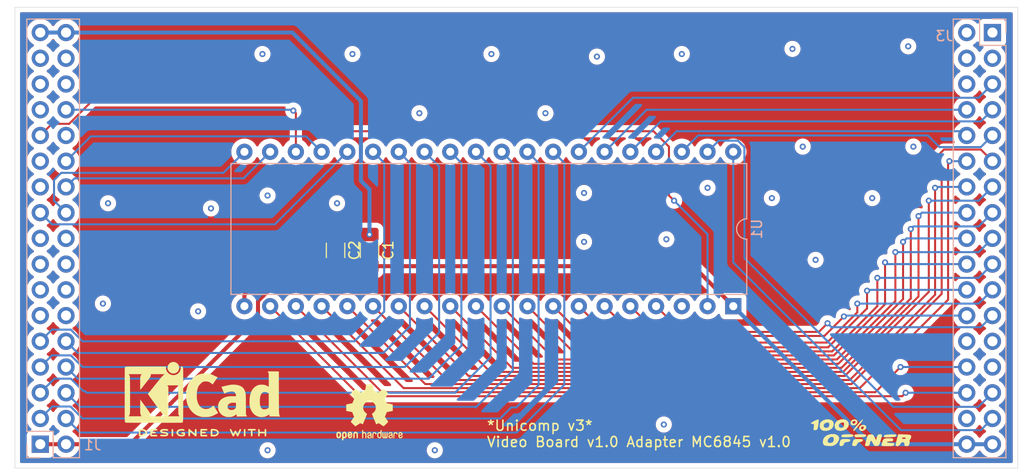
<source format=kicad_pcb>
(kicad_pcb (version 20240108) (generator "pcbnew") (generator_version "8.0")
  (layers (0 "F.Cu" signal) (31 "B.Cu" signal) (34 "B.Paste" user) (35 "F.Paste" user) (36 "B.SilkS" user "B.Silkscreen") (37 "F.SilkS" user "F.Silkscreen") (38 "B.Mask" user) (39 "F.Mask" user) (44 "Edge.Cuts" user))
  (net 0 "")
  (net 3 "/In0")
  (net 5 "/In2")
  (net 6 "/In1")
  (net 10 "/A1#")
  (net 11 "/A0#")
  (net 12 "/~{WR}")
  (net 13 "/~{RD}")
  (net 14 "/PHI2")
  (net 15 "/~{RP}")
  (net 16 "/Out1")
  (net 17 "/Out4")
  (net 18 "/Out7")
  (net 19 "/Out5")
  (net 20 "/Out0")
  (net 21 "/Out6")
  (net 22 "/Out3")
  (net 23 "/Out2")
  (net 24 "/A")
  (net 25 "/CH0")
  (net 26 "/Y")
  (net 27 "/B")
  (net 28 "/VA17")
  (net 29 "/VA16")
  (net 30 "/~{CS}")
  (net 31 "/VS")
  (net 32 "/VA2")
  (net 33 "/VA12")
  (net 34 "/HS")
  (net 35 "/VA9")
  (net 36 "/VA5")
  (net 37 "/VA10")
  (net 38 "/D2")
  (net 39 "/DE")
  (net 40 "/D3")
  (net 41 "/R{slash}~{W}")
  (net 42 "/LP")
  (net 43 "/VA6")
  (net 44 "/VA3")
  (net 45 "/VA4")
  (net 46 "/VA14")
  (net 47 "/D6")
  (net 48 "/VA0")
  (net 49 "/VA15")
  (net 50 "/VCLK")
  (net 51 "/VA13")
  (net 52 "/D0")
  (net 53 "/VA8")
  (net 54 "/D5")
  (net 55 "/VA7")
  (net 56 "/CRSR")
  (net 57 "/D1")
  (net 58 "/VA18")
  (net 59 "/VA11")
  (net 60 "/D7")
  (net 61 "/~{RST}")
  (net 62 "/D4")
  (net 63 "/VA1")
  (net 64 "+5V")
  (net 65 "GND")
  (footprint "Symbol:OSHW-Logo2_7.3x6mm_SilkScreen" (layer "F.Cu") (at 85.5 106.5)
    (property "Reference" "H2" (hide yes))
    (property "Value" "Logo Open Source Hardware" (hide yes))
  )
  (footprint "Capacitor_SMD:C_1206_3216Metric_Pad1.33x1.80mm_HandSolder" (layer "F.Cu") (at 82.15 90.5 -90)
    (property "Reference" "C2" (at 0 -1.85 90) (layer "F.SilkS"))
    (property "Value" "100n")
    (pad "1" smd roundrect (at -1.5625 0 270) (size 1.325 1.8) (layers "F.Cu" "F.Paste" "F.Mask") (roundrect_rratio 0.188679) (net 64 "+5V"))
    (pad "2" smd roundrect (at 1.5625 0 270) (size 1.325 1.8) (layers "F.Cu" "F.Paste" "F.Mask") (roundrect_rratio 0.188679) (net 65 "GND"))
  )
  (footprint "Capacitor_SMD:C_1206_3216Metric_Pad1.33x1.80mm_HandSolder" (layer "F.Cu") (at 85.5 90.5 -90)
    (property "Reference" "C1" (at 0 -1.85 90) (layer "F.SilkS"))
    (property "Value" "100n")
    (pad "1" smd roundrect (at -1.5625 0 270) (size 1.325 1.8) (layers "F.Cu" "F.Paste" "F.Mask") (roundrect_rratio 0.188679) (net 64 "+5V"))
    (pad "2" smd roundrect (at 1.5625 0 270) (size 1.325 1.8) (layers "F.Cu" "F.Paste" "F.Mask") (roundrect_rratio 0.188679) (net 65 "GND"))
  )
  (footprint "Symbol:KiCad-Logo2_6mm_SilkScreen" (layer "F.Cu") (at 69 104.5)
    (property "Reference" "H1" (hide yes))
    (property "Value" "Logo kicad" (hide yes))
  )
  (footprint "my_own:Logo_100ProzentOffner_10x2.7mm" (layer "F.Cu") (at 134 108.5)
    (property "Reference" "G***" (hide yes))
    (property "Value" "LOGO" (hide yes))
  )
  (footprint "Connector_PinHeader_2.54mm:PinHeader_2x17_P2.54mm_Vertical" (layer "B.Cu") (at 147 69 180)
    (property "Reference" "J3" (at 4.76 -0.342 0) (layer "B.SilkS") (effects (justify mirror)))
    (property "Value" "Outputs")
    (pad "1" thru_hole rect (at 0 0 180) (size 1.7 1.7) (drill 1) (layers "*.Cu" "*.Mask"))
    (pad "2" thru_hole oval (at 2.54 0 180) (size 1.7 1.7) (drill 1) (layers "*.Cu" "*.Mask"))
    (pad "3" thru_hole oval (at 0 -2.54 180) (size 1.7 1.7) (drill 1) (layers "*.Cu" "*.Mask"))
    (pad "4" thru_hole oval (at 2.54 -2.54 180) (size 1.7 1.7) (drill 1) (layers "*.Cu" "*.Mask"))
    (pad "5" thru_hole oval (at 0 -5.08 180) (size 1.7 1.7) (drill 1) (layers "*.Cu" "*.Mask") (net 58 "/VA18"))
    (pad "6" thru_hole oval (at 2.54 -5.08 180) (size 1.7 1.7) (drill 1) (layers "*.Cu" "*.Mask"))
    (pad "7" thru_hole oval (at 0 -7.62 180) (size 1.7 1.7) (drill 1) (layers "*.Cu" "*.Mask") (net 29 "/VA16"))
    (pad "8" thru_hole oval (at 2.54 -7.62 180) (size 1.7 1.7) (drill 1) (layers "*.Cu" "*.Mask") (net 28 "/VA17"))
    (pad "9" thru_hole oval (at 0 -10.16 180) (size 1.7 1.7) (drill 1) (layers "*.Cu" "*.Mask") (net 46 "/VA14"))
    (pad "10" thru_hole oval (at 2.54 -10.16 180) (size 1.7 1.7) (drill 1) (layers "*.Cu" "*.Mask") (net 49 "/VA15"))
    (pad "11" thru_hole oval (at 0 -12.7 180) (size 1.7 1.7) (drill 1) (layers "*.Cu" "*.Mask") (net 33 "/VA12"))
    (pad "12" thru_hole oval (at 2.54 -12.7 180) (size 1.7 1.7) (drill 1) (layers "*.Cu" "*.Mask") (net 51 "/VA13"))
    (pad "13" thru_hole oval (at 0 -15.24 180) (size 1.7 1.7) (drill 1) (layers "*.Cu" "*.Mask") (net 37 "/VA10"))
    (pad "14" thru_hole oval (at 2.54 -15.24 180) (size 1.7 1.7) (drill 1) (layers "*.Cu" "*.Mask") (net 59 "/VA11"))
    (pad "15" thru_hole oval (at 0 -17.78 180) (size 1.7 1.7) (drill 1) (layers "*.Cu" "*.Mask") (net 53 "/VA8"))
    (pad "16" thru_hole oval (at 2.54 -17.78 180) (size 1.7 1.7) (drill 1) (layers "*.Cu" "*.Mask") (net 35 "/VA9"))
    (pad "17" thru_hole oval (at 0 -20.32 180) (size 1.7 1.7) (drill 1) (layers "*.Cu" "*.Mask") (net 43 "/VA6"))
    (pad "18" thru_hole oval (at 2.54 -20.32 180) (size 1.7 1.7) (drill 1) (layers "*.Cu" "*.Mask") (net 55 "/VA7"))
    (pad "19" thru_hole oval (at 0 -22.86 180) (size 1.7 1.7) (drill 1) (layers "*.Cu" "*.Mask") (net 45 "/VA4"))
    (pad "20" thru_hole oval (at 2.54 -22.86 180) (size 1.7 1.7) (drill 1) (layers "*.Cu" "*.Mask") (net 36 "/VA5"))
    (pad "21" thru_hole oval (at 0 -25.4 180) (size 1.7 1.7) (drill 1) (layers "*.Cu" "*.Mask") (net 32 "/VA2"))
    (pad "22" thru_hole oval (at 2.54 -25.4 180) (size 1.7 1.7) (drill 1) (layers "*.Cu" "*.Mask") (net 44 "/VA3"))
    (pad "23" thru_hole oval (at 0 -27.94 180) (size 1.7 1.7) (drill 1) (layers "*.Cu" "*.Mask") (net 48 "/VA0"))
    (pad "24" thru_hole oval (at 2.54 -27.94 180) (size 1.7 1.7) (drill 1) (layers "*.Cu" "*.Mask") (net 63 "/VA1"))
    (pad "25" thru_hole oval (at 0 -30.48 180) (size 1.7 1.7) (drill 1) (layers "*.Cu" "*.Mask") (net 3 "/In0"))
    (pad "26" thru_hole oval (at 2.54 -30.48 180) (size 1.7 1.7) (drill 1) (layers "*.Cu" "*.Mask") (net 6 "/In1"))
    (pad "27" thru_hole oval (at 0 -33.02 180) (size 1.7 1.7) (drill 1) (layers "*.Cu" "*.Mask") (net 5 "/In2"))
    (pad "28" thru_hole oval (at 2.54 -33.02 180) (size 1.7 1.7) (drill 1) (layers "*.Cu" "*.Mask") (net 39 "/DE"))
    (pad "29" thru_hole oval (at 0 -35.56 180) (size 1.7 1.7) (drill 1) (layers "*.Cu" "*.Mask") (net 34 "/HS"))
    (pad "30" thru_hole oval (at 2.54 -35.56 180) (size 1.7 1.7) (drill 1) (layers "*.Cu" "*.Mask") (net 56 "/CRSR"))
    (pad "31" thru_hole oval (at 0 -38.1 180) (size 1.7 1.7) (drill 1) (layers "*.Cu" "*.Mask") (net 31 "/VS"))
    (pad "32" thru_hole oval (at 2.54 -38.1 180) (size 1.7 1.7) (drill 1) (layers "*.Cu" "*.Mask") (net 15 "/~{RP}"))
    (pad "33" thru_hole oval (at 0 -40.64 180) (size 1.7 1.7) (drill 1) (layers "*.Cu" "*.Mask") (net 65 "GND"))
    (pad "34" thru_hole oval (at 2.54 -40.64 180) (size 1.7 1.7) (drill 1) (layers "*.Cu" "*.Mask") (net 65 "GND"))
  )
  (footprint "Package_DIP:DIP-40_W15.24mm" (layer "B.Cu") (at 121.412 96.012 90)
    (property "Reference" "U1" (at 7.62 2.33 90) (layer "B.SilkS") (effects (justify mirror)))
    (property "Value" "MC6845")
    (pad "1" thru_hole rect (at 0 0 90) (size 1.6 1.6) (drill 0.8) (layers "*.Cu" "*.Mask") (net 65 "GND"))
    (pad "2" thru_hole oval (at 0 -2.54 90) (size 1.6 1.6) (drill 0.8) (layers "*.Cu" "*.Mask") (net 61 "/~{RST}"))
    (pad "3" thru_hole oval (at 0 -5.08 90) (size 1.6 1.6) (drill 0.8) (layers "*.Cu" "*.Mask") (net 42 "/LP"))
    (pad "4" thru_hole oval (at 0 -7.62 90) (size 1.6 1.6) (drill 0.8) (layers "*.Cu" "*.Mask") (net 48 "/VA0"))
    (pad "5" thru_hole oval (at 0 -10.16 90) (size 1.6 1.6) (drill 0.8) (layers "*.Cu" "*.Mask") (net 63 "/VA1"))
    (pad "6" thru_hole oval (at 0 -12.7 90) (size 1.6 1.6) (drill 0.8) (layers "*.Cu" "*.Mask") (net 32 "/VA2"))
    (pad "7" thru_hole oval (at 0 -15.24 90) (size 1.6 1.6) (drill 0.8) (layers "*.Cu" "*.Mask") (net 44 "/VA3"))
    (pad "8" thru_hole oval (at 0 -17.78 90) (size 1.6 1.6) (drill 0.8) (layers "*.Cu" "*.Mask") (net 45 "/VA4"))
    (pad "9" thru_hole oval (at 0 -20.32 90) (size 1.6 1.6) (drill 0.8) (layers "*.Cu" "*.Mask") (net 36 "/VA5"))
    (pad "10" thru_hole oval (at 0 -22.86 90) (size 1.6 1.6) (drill 0.8) (layers "*.Cu" "*.Mask") (net 43 "/VA6"))
    (pad "11" thru_hole oval (at 0 -25.4 90) (size 1.6 1.6) (drill 0.8) (layers "*.Cu" "*.Mask") (net 55 "/VA7"))
    (pad "12" thru_hole oval (at 0 -27.94 90) (size 1.6 1.6) (drill 0.8) (layers "*.Cu" "*.Mask") (net 53 "/VA8"))
    (pad "13" thru_hole oval (at 0 -30.48 90) (size 1.6 1.6) (drill 0.8) (layers "*.Cu" "*.Mask") (net 35 "/VA9"))
    (pad "14" thru_hole oval (at 0 -33.02 90) (size 1.6 1.6) (drill 0.8) (layers "*.Cu" "*.Mask") (net 37 "/VA10"))
    (pad "15" thru_hole oval (at 0 -35.56 90) (size 1.6 1.6) (drill 0.8) (layers "*.Cu" "*.Mask") (net 59 "/VA11"))
    (pad "16" thru_hole oval (at 0 -38.1 90) (size 1.6 1.6) (drill 0.8) (layers "*.Cu" "*.Mask") (net 33 "/VA12"))
    (pad "17" thru_hole oval (at 0 -40.64 90) (size 1.6 1.6) (drill 0.8) (layers "*.Cu" "*.Mask") (net 51 "/VA13"))
    (pad "18" thru_hole oval (at 0 -43.18 90) (size 1.6 1.6) (drill 0.8) (layers "*.Cu" "*.Mask") (net 39 "/DE"))
    (pad "19" thru_hole oval (at 0 -45.72 90) (size 1.6 1.6) (drill 0.8) (layers "*.Cu" "*.Mask") (net 56 "/CRSR"))
    (pad "20" thru_hole oval (at 0 -48.26 90) (size 1.6 1.6) (drill 0.8) (layers "*.Cu" "*.Mask") (net 64 "+5V"))
    (pad "21" thru_hole oval (at 15.24 -48.26 90) (size 1.6 1.6) (drill 0.8) (layers "*.Cu" "*.Mask") (net 50 "/VCLK"))
    (pad "22" thru_hole oval (at 15.24 -45.72 90) (size 1.6 1.6) (drill 0.8) (layers "*.Cu" "*.Mask") (net 41 "/R{slash}~{W}"))
    (pad "23" thru_hole oval (at 15.24 -43.18 90) (size 1.6 1.6) (drill 0.8) (layers "*.Cu" "*.Mask") (net 14 "/PHI2"))
    (pad "24" thru_hole oval (at 15.24 -40.64 90) (size 1.6 1.6) (drill 0.8) (layers "*.Cu" "*.Mask") (net 11 "/A0#"))
    (pad "25" thru_hole oval (at 15.24 -38.1 90) (size 1.6 1.6) (drill 0.8) (layers "*.Cu" "*.Mask") (net 30 "/~{CS}"))
    (pad "26" thru_hole oval (at 15.24 -35.56 90) (size 1.6 1.6) (drill 0.8) (layers "*.Cu" "*.Mask") (net 60 "/D7"))
    (pad "27" thru_hole oval (at 15.24 -33.02 90) (size 1.6 1.6) (drill 0.8) (layers "*.Cu" "*.Mask") (net 47 "/D6"))
    (pad "28" thru_hole oval (at 15.24 -30.48 90) (size 1.6 1.6) (drill 0.8) (layers "*.Cu" "*.Mask") (net 54 "/D5"))
    (pad "29" thru_hole oval (at 15.24 -27.94 90) (size 1.6 1.6) (drill 0.8) (layers "*.Cu" "*.Mask") (net 62 "/D4"))
    (pad "30" thru_hole oval (at 15.24 -25.4 90) (size 1.6 1.6) (drill 0.8) (layers "*.Cu" "*.Mask") (net 40 "/D3"))
    (pad "31" thru_hole oval (at 15.24 -22.86 90) (size 1.6 1.6) (drill 0.8) (layers "*.Cu" "*.Mask") (net 38 "/D2"))
    (pad "32" thru_hole oval (at 15.24 -20.32 90) (size 1.6 1.6) (drill 0.8) (layers "*.Cu" "*.Mask") (net 57 "/D1"))
    (pad "33" thru_hole oval (at 15.24 -17.78 90) (size 1.6 1.6) (drill 0.8) (layers "*.Cu" "*.Mask") (net 52 "/D0"))
    (pad "34" thru_hole oval (at 15.24 -15.24 90) (size 1.6 1.6) (drill 0.8) (layers "*.Cu" "*.Mask") (net 58 "/VA18"))
    (pad "35" thru_hole oval (at 15.24 -12.7 90) (size 1.6 1.6) (drill 0.8) (layers "*.Cu" "*.Mask") (net 28 "/VA17"))
    (pad "36" thru_hole oval (at 15.24 -10.16 90) (size 1.6 1.6) (drill 0.8) (layers "*.Cu" "*.Mask") (net 29 "/VA16"))
    (pad "37" thru_hole oval (at 15.24 -7.62 90) (size 1.6 1.6) (drill 0.8) (layers "*.Cu" "*.Mask") (net 49 "/VA15"))
    (pad "38" thru_hole oval (at 15.24 -5.08 90) (size 1.6 1.6) (drill 0.8) (layers "*.Cu" "*.Mask") (net 46 "/VA14"))
    (pad "39" thru_hole oval (at 15.24 -2.54 90) (size 1.6 1.6) (drill 0.8) (layers "*.Cu" "*.Mask") (net 34 "/HS"))
    (pad "40" thru_hole oval (at 15.24 0 90) (size 1.6 1.6) (drill 0.8) (layers "*.Cu" "*.Mask") (net 31 "/VS"))
  )
  (footprint "Connector_PinHeader_2.54mm:PinHeader_2x17_P2.54mm_Vertical" (layer "B.Cu") (at 53 109.64)
    (property "Reference" "J1" (at 5.166 0.088 0) (layer "B.SilkS") (effects (justify mirror)))
    (property "Value" "Inputs")
    (pad "1" thru_hole rect (at 0 0) (size 1.7 1.7) (drill 1) (layers "*.Cu" "*.Mask") (net 65 "GND"))
    (pad "2" thru_hole oval (at 2.54 0) (size 1.7 1.7) (drill 1) (layers "*.Cu" "*.Mask") (net 65 "GND"))
    (pad "3" thru_hole oval (at 0 -2.54) (size 1.7 1.7) (drill 1) (layers "*.Cu" "*.Mask") (net 57 "/D1"))
    (pad "4" thru_hole oval (at 2.54 -2.54) (size 1.7 1.7) (drill 1) (layers "*.Cu" "*.Mask") (net 52 "/D0"))
    (pad "5" thru_hole oval (at 0 -5.08) (size 1.7 1.7) (drill 1) (layers "*.Cu" "*.Mask") (net 40 "/D3"))
    (pad "6" thru_hole oval (at 2.54 -5.08) (size 1.7 1.7) (drill 1) (layers "*.Cu" "*.Mask") (net 38 "/D2"))
    (pad "7" thru_hole oval (at 0 -7.62) (size 1.7 1.7) (drill 1) (layers "*.Cu" "*.Mask") (net 54 "/D5"))
    (pad "8" thru_hole oval (at 2.54 -7.62) (size 1.7 1.7) (drill 1) (layers "*.Cu" "*.Mask") (net 62 "/D4"))
    (pad "9" thru_hole oval (at 0 -10.16) (size 1.7 1.7) (drill 1) (layers "*.Cu" "*.Mask") (net 60 "/D7"))
    (pad "10" thru_hole oval (at 2.54 -10.16) (size 1.7 1.7) (drill 1) (layers "*.Cu" "*.Mask") (net 47 "/D6"))
    (pad "11" thru_hole oval (at 0 -12.7) (size 1.7 1.7) (drill 1) (layers "*.Cu" "*.Mask") (net 16 "/Out1"))
    (pad "12" thru_hole oval (at 2.54 -12.7) (size 1.7 1.7) (drill 1) (layers "*.Cu" "*.Mask") (net 20 "/Out0"))
    (pad "13" thru_hole oval (at 0 -15.24) (size 1.7 1.7) (drill 1) (layers "*.Cu" "*.Mask") (net 22 "/Out3"))
    (pad "14" thru_hole oval (at 2.54 -15.24) (size 1.7 1.7) (drill 1) (layers "*.Cu" "*.Mask") (net 23 "/Out2"))
    (pad "15" thru_hole oval (at 0 -17.78) (size 1.7 1.7) (drill 1) (layers "*.Cu" "*.Mask") (net 19 "/Out5"))
    (pad "16" thru_hole oval (at 2.54 -17.78) (size 1.7 1.7) (drill 1) (layers "*.Cu" "*.Mask") (net 17 "/Out4"))
    (pad "17" thru_hole oval (at 0 -20.32) (size 1.7 1.7) (drill 1) (layers "*.Cu" "*.Mask") (net 18 "/Out7"))
    (pad "18" thru_hole oval (at 2.54 -20.32) (size 1.7 1.7) (drill 1) (layers "*.Cu" "*.Mask") (net 21 "/Out6"))
    (pad "19" thru_hole oval (at 0 -22.86) (size 1.7 1.7) (drill 1) (layers "*.Cu" "*.Mask") (net 30 "/~{CS}"))
    (pad "20" thru_hole oval (at 2.54 -22.86) (size 1.7 1.7) (drill 1) (layers "*.Cu" "*.Mask") (net 50 "/VCLK"))
    (pad "21" thru_hole oval (at 0 -25.4) (size 1.7 1.7) (drill 1) (layers "*.Cu" "*.Mask") (net 10 "/A1#"))
    (pad "22" thru_hole oval (at 2.54 -25.4) (size 1.7 1.7) (drill 1) (layers "*.Cu" "*.Mask") (net 41 "/R{slash}~{W}"))
    (pad "23" thru_hole oval (at 0 -27.94) (size 1.7 1.7) (drill 1) (layers "*.Cu" "*.Mask") (net 13 "/~{RD}"))
    (pad "24" thru_hole oval (at 2.54 -27.94) (size 1.7 1.7) (drill 1) (layers "*.Cu" "*.Mask") (net 11 "/A0#"))
    (pad "25" thru_hole oval (at 0 -30.48) (size 1.7 1.7) (drill 1) (layers "*.Cu" "*.Mask") (net 61 "/~{RST}"))
    (pad "26" thru_hole oval (at 2.54 -30.48) (size 1.7 1.7) (drill 1) (layers "*.Cu" "*.Mask") (net 12 "/~{WR}"))
    (pad "27" thru_hole oval (at 0 -33.02) (size 1.7 1.7) (drill 1) (layers "*.Cu" "*.Mask") (net 25 "/CH0"))
    (pad "28" thru_hole oval (at 2.54 -33.02) (size 1.7 1.7) (drill 1) (layers "*.Cu" "*.Mask") (net 14 "/PHI2"))
    (pad "29" thru_hole oval (at 0 -35.56) (size 1.7 1.7) (drill 1) (layers "*.Cu" "*.Mask") (net 26 "/Y"))
    (pad "30" thru_hole oval (at 2.54 -35.56) (size 1.7 1.7) (drill 1) (layers "*.Cu" "*.Mask") (net 24 "/A"))
    (pad "31" thru_hole oval (at 0 -38.1) (size 1.7 1.7) (drill 1) (layers "*.Cu" "*.Mask") (net 27 "/B"))
    (pad "32" thru_hole oval (at 2.54 -38.1) (size 1.7 1.7) (drill 1) (layers "*.Cu" "*.Mask"))
    (pad "33" thru_hole oval (at 0 -40.64) (size 1.7 1.7) (drill 1) (layers "*.Cu" "*.Mask") (net 64 "+5V"))
    (pad "34" thru_hole oval (at 2.54 -40.64) (size 1.7 1.7) (drill 1) (layers "*.Cu" "*.Mask") (net 64 "+5V"))
  )
  (gr_rect (start 50.5 66.5) (end 149.5 112) (stroke (width 0.05)) (fill none) (layer "Edge.Cuts"))
  (gr_text "*Unicomp v3*\nVideo Board v1.0 Adapter MC6845 v1.0" (at 97 110 0) (layer "F.SilkS") (effects (font (size 1 1)) (justify left bottom)))
  (via (at 90.424 76.962) (size 0.6) (drill 0.3) (layers "F.Cu" "B.Cu") (net 0))
  (via (at 114.554 107.696) (size 0.6) (drill 0.3) (layers "F.Cu" "B.Cu") (net 0))
  (via (at 59.69 85.852) (size 0.6) (drill 0.3) (layers "F.Cu" "B.Cu") (net 0))
  (via (at 83.82 71.12) (size 0.6) (drill 0.3) (layers "F.Cu" "B.Cu") (net 0))
  (via (at 68.58 96.52) (size 0.6) (drill 0.3) (layers "F.Cu" "B.Cu") (net 0))
  (via (at 135.128 85.344) (size 0.6) (drill 0.3) (layers "F.Cu" "B.Cu") (net 0))
  (via (at 107.95 71.374) (size 0.6) (drill 0.3) (layers "F.Cu" "B.Cu") (net 0))
  (via (at 106.68 89.662) (size 0.6) (drill 0.3) (layers "F.Cu" "B.Cu") (net 0))
  (via (at 102.87 76.962) (size 0.6) (drill 0.3) (layers "F.Cu" "B.Cu") (net 0))
  (via (at 125.222 85.344) (size 0.6) (drill 0.3) (layers "F.Cu" "B.Cu") (net 0))
  (via (at 75.438 110.236) (size 0.6) (drill 0.3) (layers "F.Cu" "B.Cu") (net 0))
  (via (at 69.85 86.36) (size 0.6) (drill 0.3) (layers "F.Cu" "B.Cu") (net 0))
  (via (at 127.254 70.612) (size 0.6) (drill 0.3) (layers "F.Cu" "B.Cu") (net 0))
  (via (at 106.68 84.836) (size 0.6) (drill 0.3) (layers "F.Cu" "B.Cu") (net 0))
  (via (at 139.192 80.264) (size 0.6) (drill 0.3) (layers "F.Cu" "B.Cu") (net 0))
  (via (at 59.182 95.758) (size 0.6) (drill 0.3) (layers "F.Cu" "B.Cu") (net 0))
  (via (at 129.54 91.44) (size 0.6) (drill 0.3) (layers "F.Cu" "B.Cu") (net 0))
  (via (at 114.808 89.408) (size 0.6) (drill 0.3) (layers "F.Cu" "B.Cu") (net 0))
  (via (at 97.536 71.12) (size 0.6) (drill 0.3) (layers "F.Cu" "B.Cu") (net 0))
  (via (at 74.93 71.12) (size 0.6) (drill 0.3) (layers "F.Cu" "B.Cu") (net 0))
  (via (at 91.948 110.236) (size 0.6) (drill 0.3) (layers "F.Cu" "B.Cu") (net 0))
  (via (at 116.332 71.12) (size 0.6) (drill 0.3) (layers "F.Cu" "B.Cu") (net 0))
  (via (at 118.872 84.328) (size 0.6) (drill 0.3) (layers "F.Cu" "B.Cu") (net 0))
  (via (at 128.27 80.264) (size 0.6) (drill 0.3) (layers "F.Cu" "B.Cu") (net 0))
  (via (at 75.438 85.09) (size 0.6) (drill 0.3) (layers "F.Cu" "B.Cu") (net 0))
  (via (at 138.684 70.358) (size 0.6) (drill 0.3) (layers "F.Cu" "B.Cu") (net 0))
  (via (at 82.296 85.852) (size 0.6) (drill 0.3) (layers "F.Cu" "B.Cu") (net 0))
  (segment (start 79.248 79.248) (end 57.992 79.248) (width 0.2) (layer "B.Cu") (net 11))
  (segment (start 80.772 80.772) (end 79.248 79.248) (width 0.2) (layer "B.Cu") (net 11))
  (segment (start 57.992 79.248) (end 55.54 81.7) (width 0.2) (layer "B.Cu") (net 11))
  (segment (start 77.978 76.708) (end 78.232 76.962) (width 0.2) (layer "F.Cu") (net 14))
  (segment (start 78.232 76.962) (end 78.232 80.772) (width 0.2) (layer "F.Cu") (net 14))
  (via (at 77.978 76.708) (size 0.6) (drill 0.3) (layers "F.Cu" "B.Cu") (net 14))
  (segment (start 55.54 76.62) (end 77.89 76.62) (width 0.2) (layer "B.Cu") (net 14))
  (segment (start 77.89 76.62) (end 77.978 76.708) (width 0.2) (layer "B.Cu") (net 14))
  (segment (start 112.864 76.62) (end 144.46 76.62) (width 0.2) (layer "B.Cu") (net 28))
  (segment (start 108.712 80.772) (end 112.864 76.62) (width 0.2) (layer "B.Cu") (net 28))
  (segment (start 114.254 77.77) (end 145.85 77.77) (width 0.2) (layer "B.Cu") (net 29))
  (segment (start 111.252 80.772) (end 114.254 77.77) (width 0.2) (layer "B.Cu") (net 29))
  (segment (start 145.85 77.77) (end 147 76.62) (width 0.2) (layer "B.Cu") (net 29))
  (segment (start 53 86.78) (end 54.15 87.93) (width 0.2) (layer "B.Cu") (net 30))
  (segment (start 76.154 87.93) (end 83.312 80.772) (width 0.2) (layer "B.Cu") (net 30))
  (segment (start 54.15 87.93) (end 76.154 87.93) (width 0.2) (layer "B.Cu") (net 30))
  (segment (start 147 107.1) (end 145.85 108.25) (width 0.2) (layer "B.Cu") (net 31))
  (segment (start 137.968 108.25) (end 121.412 91.694) (width 0.2) (layer "B.Cu") (net 31))
  (segment (start 121.412 91.694) (end 121.412 80.772) (width 0.2) (layer "B.Cu") (net 31))
  (segment (start 145.85 108.25) (end 137.968 108.25) (width 0.2) (layer "B.Cu") (net 31))
  (segment (start 133.658194 96.623045) (end 133.658194 95.758) (width 0.2) (layer "F.Cu") (net 32))
  (segment (start 108.712 96.012) (end 112.306 99.606) (width 0.2) (layer "F.Cu") (net 32))
  (segment (start 130.675239 99.606) (end 133.658194 96.623045) (width 0.2) (layer "F.Cu") (net 32))
  (segment (start 112.306 99.606) (end 130.675239 99.606) (width 0.2) (layer "F.Cu") (net 32))
  (via (at 133.658194 95.758) (size 0.6) (drill 0.3) (layers "F.Cu" "B.Cu") (net 32))
  (segment (start 145.642 95.758) (end 133.658194 95.758) (width 0.2) (layer "B.Cu") (net 32))
  (segment (start 147 94.4) (end 145.642 95.758) (width 0.2) (layer "B.Cu") (net 32))
  (segment (start 141.478 81.28) (end 141.478 82.296) (width 0.2) (layer "F.Cu") (net 33))
  (segment (start 133.083686 103.702) (end 91.002 103.702) (width 0.2) (layer "F.Cu") (net 33))
  (segment (start 142.208 80.55) (end 141.478 81.28) (width 0.2) (layer "F.Cu") (net 33))
  (segment (start 141.478 82.296) (end 141.986 82.804) (width 0.2) (layer "F.Cu") (net 33))
  (segment (start 91.002 103.702) (end 83.312 96.012) (width 0.2) (layer "F.Cu") (net 33))
  (segment (start 141.986 94.799686) (end 133.083686 103.702) (width 0.2) (layer "F.Cu") (net 33))
  (segment (start 145.85 80.55) (end 142.208 80.55) (width 0.2) (layer "F.Cu") (net 33))
  (segment (start 147 81.7) (end 145.85 80.55) (width 0.2) (layer "F.Cu") (net 33))
  (segment (start 141.986 82.804) (end 141.986 94.799686) (width 0.2) (layer "F.Cu") (net 33))
  (segment (start 130.556 99.314) (end 130.722 99.48) (width 0.2) (layer "B.Cu") (net 34))
  (segment (start 122.512 91.27) (end 130.556 99.314) (width 0.2) (layer "B.Cu") (net 34))
  (segment (start 119.972 79.672) (end 121.867635 79.672) (width 0.2) (layer "B.Cu") (net 34))
  (segment (start 122.512 80.316365) (end 122.512 91.27) (width 0.2) (layer "B.Cu") (net 34))
  (segment (start 121.867635 79.672) (end 122.512 80.316365) (width 0.2) (layer "B.Cu") (net 34))
  (segment (start 145.61 105.95) (end 137.192 105.95) (width 0.2) (layer "B.Cu") (net 34))
  (segment (start 118.872 80.772) (end 119.972 79.672) (width 0.2) (layer "B.Cu") (net 34))
  (segment (start 147 104.56) (end 145.61 105.95) (width 0.2) (layer "B.Cu") (net 34))
  (segment (start 137.192 105.95) (end 130.556 99.314) (width 0.2) (layer "B.Cu") (net 34))
  (segment (start 132.251686 102.502) (end 139.7 95.053686) (width 0.2) (layer "F.Cu") (net 35))
  (segment (start 139.7 95.053686) (end 139.7 87.122) (width 0.2) (layer "F.Cu") (net 35))
  (segment (start 97.422 102.502) (end 132.251686 102.502) (width 0.2) (layer "F.Cu") (net 35))
  (segment (start 90.932 96.012) (end 97.422 102.502) (width 0.2) (layer "F.Cu") (net 35))
  (via (at 139.7 87.122) (size 0.6) (drill 0.3) (layers "F.Cu" "B.Cu") (net 35))
  (segment (start 144.46 86.78) (end 140.042 86.78) (width 0.2) (layer "B.Cu") (net 35))
  (segment (start 140.042 86.78) (end 139.7 87.122) (width 0.2) (layer "B.Cu") (net 35))
  (segment (start 131.337686 100.876) (end 136.398 95.815686) (width 0.2) (layer "F.Cu") (net 36))
  (segment (start 136.398 95.815686) (end 136.398 91.694) (width 0.2) (layer "F.Cu") (net 36))
  (segment (start 105.956 100.876) (end 131.337686 100.876) (width 0.2) (layer "F.Cu") (net 36))
  (segment (start 101.092 96.012) (end 105.956 100.876) (width 0.2) (layer "F.Cu") (net 36))
  (via (at 136.398 91.694) (size 0.6) (drill 0.3) (layers "F.Cu" "B.Cu") (net 36))
  (segment (start 136.564 91.86) (end 136.398 91.694) (width 0.2) (layer "B.Cu") (net 36))
  (segment (start 144.46 91.86) (end 136.564 91.86) (width 0.2) (layer "B.Cu") (net 36))
  (segment (start 95.282 102.902) (end 132.417372 102.902) (width 0.2) (layer "F.Cu") (net 37))
  (segment (start 88.392 96.012) (end 95.282 102.902) (width 0.2) (layer "F.Cu") (net 37))
  (segment (start 132.417372 102.902) (end 140.716 94.603372) (width 0.2) (layer "F.Cu") (net 37))
  (segment (start 140.716 94.603372) (end 140.716 85.598) (width 0.2) (layer "F.Cu") (net 37))
  (via (at 140.716 85.598) (size 0.6) (drill 0.3) (layers "F.Cu" "B.Cu") (net 37))
  (segment (start 145.642 85.598) (end 140.716 85.598) (width 0.2) (layer "B.Cu") (net 37))
  (segment (start 147 84.24) (end 145.642 85.598) (width 0.2) (layer "B.Cu") (net 37))
  (segment (start 56.93 105.95) (end 55.54 104.56) (width 0.2) (layer "B.Cu") (net 38))
  (segment (start 96 106) (end 95.95 105.95) (width 0.2) (layer "B.Cu") (net 38))
  (segment (start 98.552 80.772) (end 99.652 81.872) (width 0.2) (layer "B.Cu") (net 38))
  (segment (start 95.95 105.95) (end 56.93 105.95) (width 0.2) (layer "B.Cu") (net 38))
  (segment (start 99.652 81.872) (end 99.652 102.348) (width 0.2) (layer "B.Cu") (net 38))
  (segment (start 99.652 102.348) (end 96 106) (width 0.2) (layer "B.Cu") (net 38))
  (segment (start 135.44 104.502) (end 137.922 102.02) (width 0.2) (layer "F.Cu") (net 39))
  (segment (start 86.722 104.502) (end 135.44 104.502) (width 0.2) (layer "F.Cu") (net 39))
  (segment (start 78.232 96.012) (end 86.722 104.502) (width 0.2) (layer "F.Cu") (net 39))
  (via (at 137.922 102.02) (size 0.6) (drill 0.3) (layers "F.Cu" "B.Cu") (net 39))
  (segment (start 144.46 102.02) (end 137.922 102.02) (width 0.2) (layer "B.Cu") (net 39))
  (segment (start 97.452 82.212) (end 97.452 101.048) (width 0.2) (layer "B.Cu") (net 40))
  (segment (start 96.012 80.772) (end 97.452 82.212) (width 0.2) (layer "B.Cu") (net 40))
  (segment (start 97.452 101.048) (end 93.94 104.56) (width 0.2) (layer "B.Cu") (net 40))
  (segment (start 57.240346 104.394) (end 56.016346 103.17) (width 0.2) (layer "B.Cu") (net 40))
  (segment (start 57.404 104.394) (end 57.240346 104.394) (width 0.2) (layer "B.Cu") (net 40))
  (segment (start 93.94 104.56) (end 57.57 104.56) (width 0.2) (layer "B.Cu") (net 40))
  (segment (start 56.016346 103.17) (end 54.39 103.17) (width 0.2) (layer "B.Cu") (net 40))
  (segment (start 54.39 103.17) (end 53 104.56) (width 0.2) (layer "B.Cu") (net 40))
  (segment (start 57.57 104.56) (end 57.404 104.394) (width 0.2) (layer "B.Cu") (net 40))
  (segment (start 55.54 84.24) (end 56.39 83.39) (width 0.2) (layer "B.Cu") (net 41))
  (segment (start 73.074 83.39) (end 75.692 80.772) (width 0.2) (layer "B.Cu") (net 41))
  (segment (start 56.39 83.39) (end 73.074 83.39) (width 0.2) (layer "B.Cu") (net 41))
  (segment (start 131.642 101.276) (end 137.414 95.504) (width 0.2) (layer "F.Cu") (net 43))
  (segment (start 137.414 95.504) (end 137.414 90.678) (width 0.2) (layer "F.Cu") (net 43))
  (segment (start 103.816 101.276) (end 131.642 101.276) (width 0.2) (layer "F.Cu") (net 43))
  (segment (start 98.552 96.012) (end 103.816 101.276) (width 0.2) (layer "F.Cu") (net 43))
  (via (at 137.414 90.678) (size 0.6) (drill 0.3) (layers "F.Cu" "B.Cu") (net 43))
  (segment (start 147 89.32) (end 145.642 90.678) (width 0.2) (layer "B.Cu") (net 43))
  (segment (start 145.642 90.678) (end 137.414 90.678) (width 0.2) (layer "B.Cu") (net 43))
  (segment (start 130.770925 100.076) (end 134.62 96.226925) (width 0.2) (layer "F.Cu") (net 44))
  (segment (start 110.236 100.076) (end 130.770925 100.076) (width 0.2) (layer "F.Cu") (net 44))
  (segment (start 134.62 96.226925) (end 134.62 94.488) (width 0.2) (layer "F.Cu") (net 44))
  (segment (start 106.172 96.012) (end 110.236 100.076) (width 0.2) (layer "F.Cu") (net 44))
  (via (at 134.62 94.488) (size 0.6) (drill 0.3) (layers "F.Cu" "B.Cu") (net 44))
  (segment (start 144.46 94.4) (end 134.708 94.4) (width 0.2) (layer "B.Cu") (net 44))
  (segment (start 134.708 94.4) (end 134.62 94.488) (width 0.2) (layer "B.Cu") (net 44))
  (segment (start 108.096 100.476) (end 131.172 100.476) (width 0.2) (layer "F.Cu") (net 45))
  (segment (start 103.632 96.012) (end 108.096 100.476) (width 0.2) (layer "F.Cu") (net 45))
  (segment (start 131.172 100.476) (end 135.636 96.012) (width 0.2) (layer "F.Cu") (net 45))
  (segment (start 135.636 96.012) (end 135.636 93.218) (width 0.2) (layer "F.Cu") (net 45))
  (via (at 135.636 93.218) (size 0.6) (drill 0.3) (layers "F.Cu" "B.Cu") (net 45))
  (segment (start 147 91.86) (end 145.642 93.218) (width 0.2) (layer "B.Cu") (net 45))
  (segment (start 145.642 93.218) (end 135.636 93.218) (width 0.2) (layer "B.Cu") (net 45))
  (segment (start 140.628 79.16) (end 141.778 80.31) (width 0.2) (layer "B.Cu") (net 46))
  (segment (start 141.778 80.31) (end 145.85 80.31) (width 0.2) (layer "B.Cu") (net 46))
  (segment (start 117.944 79.16) (end 140.628 79.16) (width 0.2) (layer "B.Cu") (net 46))
  (segment (start 145.85 80.31) (end 147 79.16) (width 0.2) (layer "B.Cu") (net 46))
  (segment (start 116.332 80.772) (end 117.944 79.16) (width 0.2) (layer "B.Cu") (net 46))
  (segment (start 86.87 100.63) (end 56.69 100.63) (width 0.2) (layer "B.Cu") (net 47))
  (segment (start 89.492 81.872) (end 89.492 98.008) (width 0.2) (layer "B.Cu") (net 47))
  (segment (start 89.492 98.008) (end 86.87 100.63) (width 0.2) (layer "B.Cu") (net 47))
  (segment (start 56.69 100.63) (end 55.54 99.48) (width 0.2) (layer "B.Cu") (net 47))
  (segment (start 88.392 80.772) (end 89.492 81.872) (width 0.2) (layer "B.Cu") (net 47))
  (segment (start 116.332 98.552) (end 113.792 96.012) (width 0.2) (layer "F.Cu") (net 48))
  (segment (start 130.718355 97.698355) (end 129.86471 98.552) (width 0.2) (layer "F.Cu") (net 48))
  (segment (start 129.86471 98.552) (end 116.332 98.552) (width 0.2) (layer "F.Cu") (net 48))
  (via (at 130.718355 97.698355) (size 0.6) (drill 0.3) (layers "F.Cu" "B.Cu") (net 48))
  (segment (start 131.11 98.09) (end 145.85 98.09) (width 0.2) (layer "B.Cu") (net 48))
  (segment (start 145.85 98.09) (end 147 96.94) (width 0.2) (layer "B.Cu") (net 48))
  (segment (start 130.718355 97.698355) (end 131.11 98.09) (width 0.2) (layer "B.Cu") (net 48))
  (segment (start 144.04 78.74) (end 144.46 79.16) (width 0.2) (layer "B.Cu") (net 49))
  (segment (start 113.792 80.772) (end 115.824 78.74) (width 0.2) (layer "B.Cu") (net 49))
  (segment (start 115.824 78.74) (end 144.04 78.74) (width 0.2) (layer "B.Cu") (net 49))
  (segment (start 54.356 85.596) (end 55.54 86.78) (width 0.2) (layer "B.Cu") (net 50))
  (segment (start 73.152 80.772) (end 71.074 82.85) (width 0.2) (layer "B.Cu") (net 50))
  (segment (start 55.072 82.85) (end 54.356 83.566) (width 0.2) (layer "B.Cu") (net 50))
  (segment (start 71.074 82.85) (end 55.072 82.85) (width 0.2) (layer "B.Cu") (net 50))
  (segment (start 54.356 83.566) (end 54.356 85.596) (width 0.2) (layer "B.Cu") (net 50))
  (segment (start 142.621 95.377) (end 142.621 81.827) (width 0.2) (layer "F.Cu") (net 51))
  (segment (start 142.621 81.827) (end 142.748 81.7) (width 0.2) (layer "F.Cu") (net 51))
  (segment (start 80.772 96.012) (end 88.862 104.102) (width 0.2) (layer "F.Cu") (net 51))
  (segment (start 133.896 104.102) (end 142.621 95.377) (width 0.2) (layer "F.Cu") (net 51))
  (segment (start 88.862 104.102) (end 133.896 104.102) (width 0.2) (layer "F.Cu") (net 51))
  (via (at 142.748 81.7) (size 0.6) (drill 0.3) (layers "F.Cu" "B.Cu") (net 51))
  (segment (start 144.46 81.7) (end 142.748 81.7) (width 0.2) (layer "B.Cu") (net 51))
  (segment (start 104.732 103.768) (end 100.01 108.49) (width 0.2) (layer "B.Cu") (net 52))
  (segment (start 104.732 81.872) (end 104.732 103.768) (width 0.2) (layer "B.Cu") (net 52))
  (segment (start 56.93 108.49) (end 55.54 107.1) (width 0.2) (layer "B.Cu") (net 52))
  (segment (start 100.01 108.49) (end 56.93 108.49) (width 0.2) (layer "B.Cu") (net 52))
  (segment (start 103.632 80.772) (end 104.732 81.872) (width 0.2) (layer "B.Cu") (net 52))
  (segment (start 93.472 96.012) (end 99.562 102.102) (width 0.2) (layer "F.Cu") (net 53))
  (segment (start 99.562 102.102) (end 132.086 102.102) (width 0.2) (layer "F.Cu") (net 53))
  (segment (start 138.938 95.25) (end 138.938 88.392) (width 0.2) (layer "F.Cu") (net 53))
  (segment (start 132.086 102.102) (end 138.938 95.25) (width 0.2) (layer "F.Cu") (net 53))
  (via (at 138.938 88.392) (size 0.6) (drill 0.3) (layers "F.Cu" "B.Cu") (net 53))
  (segment (start 145.642 88.138) (end 139.192 88.138) (width 0.2) (layer "B.Cu") (net 53))
  (segment (start 147 86.78) (end 145.642 88.138) (width 0.2) (layer "B.Cu") (net 53))
  (segment (start 139.192 88.138) (end 138.938 88.392) (width 0.2) (layer "B.Cu") (net 53))
  (segment (start 92.372 82.212) (end 92.372 98.628) (width 0.2) (layer "B.Cu") (net 54))
  (segment (start 57.166346 102.02) (end 56.016346 100.87) (width 0.2) (layer "B.Cu") (net 54))
  (segment (start 92.372 98.628) (end 88.98 102.02) (width 0.2) (layer "B.Cu") (net 54))
  (segment (start 56.016346 100.87) (end 54.15 100.87) (width 0.2) (layer "B.Cu") (net 54))
  (segment (start 54.15 100.87) (end 53 102.02) (width 0.2) (layer "B.Cu") (net 54))
  (segment (start 90.932 80.772) (end 92.372 82.212) (width 0.2) (layer "B.Cu") (net 54))
  (segment (start 88.98 102.02) (end 57.166346 102.02) (width 0.2) (layer "B.Cu") (net 54))
  (segment (start 101.702 101.702) (end 131.781686 101.702) (width 0.2) (layer "F.Cu") (net 55))
  (segment (start 138.176 95.307686) (end 138.176 89.662) (width 0.2) (layer "F.Cu") (net 55))
  (segment (start 131.781686 101.702) (end 138.176 95.307686) (width 0.2) (layer "F.Cu") (net 55))
  (segment (start 96.012 96.012) (end 101.702 101.702) (width 0.2) (layer "F.Cu") (net 55))
  (via (at 138.176 89.662) (size 0.6) (drill 0.3) (layers "F.Cu" "B.Cu") (net 55))
  (segment (start 138.518 89.32) (end 138.176 89.662) (width 0.2) (layer "B.Cu") (net 55))
  (segment (start 144.46 89.32) (end 138.518 89.32) (width 0.2) (layer "B.Cu") (net 55))
  (segment (start 75.692 96.012) (end 84.582 104.902) (width 0.2) (layer "F.Cu") (net 56))
  (segment (start 138.088 104.902) (end 138.43 104.56) (width 0.2) (layer "F.Cu") (net 56))
  (segment (start 84.582 104.902) (end 138.088 104.902) (width 0.2) (layer "F.Cu") (net 56))
  (via (at 138.43 104.56) (size 0.6) (drill 0.3) (layers "F.Cu" "B.Cu") (net 56))
  (segment (start 144.46 104.56) (end 138.43 104.56) (width 0.2) (layer "B.Cu") (net 56))
  (segment (start 99.5 106) (end 98.4 107.1) (width 0.2) (layer "B.Cu") (net 57))
  (segment (start 101.092 80.772) (end 102.192 81.872) (width 0.2) (layer "B.Cu") (net 57))
  (segment (start 100 106) (end 99.5 106) (width 0.2) (layer "B.Cu") (net 57))
  (segment (start 55.984346 105.918) (end 54.182 105.918) (width 0.2) (layer "B.Cu") (net 57))
  (segment (start 98.4 107.1) (end 57.166346 107.1) (width 0.2) (layer "B.Cu") (net 57))
  (segment (start 102.192 81.872) (end 102.192 103.808) (width 0.2) (layer "B.Cu") (net 57))
  (segment (start 57.166346 107.1) (end 55.984346 105.918) (width 0.2) (layer "B.Cu") (net 57))
  (segment (start 54.182 105.918) (end 53 107.1) (width 0.2) (layer "B.Cu") (net 57))
  (segment (start 102.192 103.808) (end 100 106) (width 0.2) (layer "B.Cu") (net 57))
  (segment (start 145.642 75.438) (end 147 74.08) (width 0.2) (layer "B.Cu") (net 58))
  (segment (start 111.506 75.438) (end 145.642 75.438) (width 0.2) (layer "B.Cu") (net 58))
  (segment (start 106.172 80.772) (end 111.506 75.438) (width 0.2) (layer "B.Cu") (net 58))
  (segment (start 141.336 94.884) (end 141.336 84.328) (width 0.2) (layer "F.Cu") (net 59))
  (segment (start 85.852 96.012) (end 93.142 103.302) (width 0.2) (layer "F.Cu") (net 59))
  (segment (start 132.918 103.302) (end 141.336 94.884) (width 0.2) (layer "F.Cu") (net 59))
  (segment (start 93.142 103.302) (end 132.918 103.302) (width 0.2) (layer "F.Cu") (net 59))
  (via (at 141.336 84.328) (size 0.6) (drill 0.3) (layers "F.Cu" "B.Cu") (net 59))
  (segment (start 144.46 84.24) (end 141.424 84.24) (width 0.2) (layer "B.Cu") (net 59))
  (segment (start 141.424 84.24) (end 141.336 84.328) (width 0.2) (layer "B.Cu") (net 59))
  (segment (start 54.15 98.33) (end 53 99.48) (width 0.2) (layer "B.Cu") (net 60))
  (segment (start 85.852 80.772) (end 86.952 81.872) (width 0.2) (layer "B.Cu") (net 60))
  (segment (start 86.952 96.548) (end 84.02 99.48) (width 0.2) (layer "B.Cu") (net 60))
  (segment (start 84.02 99.48) (end 57.166346 99.48) (width 0.2) (layer "B.Cu") (net 60))
  (segment (start 86.952 81.872) (end 86.952 96.548) (width 0.2) (layer "B.Cu") (net 60))
  (segment (start 56.016346 98.33) (end 54.15 98.33) (width 0.2) (layer "B.Cu") (net 60))
  (segment (start 57.166346 99.48) (end 56.016346 98.33) (width 0.2) (layer "B.Cu") (net 60))
  (segment (start 115.062 80.264) (end 113.538 78.74) (width 0.2) (layer "F.Cu") (net 61))
  (segment (start 82.296 78.74) (end 79.248 75.692) (width 0.2) (layer "F.Cu") (net 61))
  (segment (start 113.538 78.74) (end 82.296 78.74) (width 0.2) (layer "F.Cu") (net 61))
  (segment (start 55.848 78.01) (end 54.15 78.01) (width 0.2) (layer "F.Cu") (net 61))
  (segment (start 79.248 75.692) (end 58.166 75.692) (width 0.2) (layer "F.Cu") (net 61))
  (segment (start 54.15 78.01) (end 53 79.16) (width 0.2) (layer "F.Cu") (net 61))
  (segment (start 115.062 85.09) (end 115.062 80.264) (width 0.2) (layer "F.Cu") (net 61))
  (segment (start 115.57 85.598) (end 115.062 85.09) (width 0.2) (layer "F.Cu") (net 61))
  (segment (start 58.166 75.692) (end 55.848 78.01) (width 0.2) (layer "F.Cu") (net 61))
  (via (at 115.57 85.598) (size 0.6) (drill 0.3) (layers "F.Cu" "B.Cu") (net 61))
  (segment (start 118.872 96.012) (end 118.872 88.9) (width 0.2) (layer "B.Cu") (net 61))
  (segment (start 118.872 88.9) (end 115.57 85.598) (width 0.2) (layer "B.Cu") (net 61))
  (segment (start 91.33 103.17) (end 56.69 103.17) (width 0.2) (layer "B.Cu") (net 62))
  (segment (start 93.472 80.772) (end 94.572 81.872) (width 0.2) (layer "B.Cu") (net 62))
  (segment (start 94.572 81.872) (end 94.572 99.928) (width 0.2) (layer "B.Cu") (net 62))
  (segment (start 56.69 103.17) (end 55.54 102.02) (width 0.2) (layer "B.Cu") (net 62))
  (segment (start 94.572 99.928) (end 91.33 103.17) (width 0.2) (layer "B.Cu") (net 62))
  (segment (start 114.192 98.952) (end 130.41 98.952) (width 0.2) (layer "F.Cu") (net 63))
  (segment (start 130.41 98.952) (end 132.334 97.028) (width 0.2) (layer "F.Cu") (net 63))
  (segment (start 111.252 96.012) (end 114.192 98.952) (width 0.2) (layer "F.Cu") (net 63))
  (via (at 132.334 97.028) (size 0.6) (drill 0.3) (layers "F.Cu" "B.Cu") (net 63))
  (segment (start 144.46 96.94) (end 132.422 96.94) (width 0.2) (layer "B.Cu") (net 63))
  (segment (start 132.422 96.94) (end 132.334 97.028) (width 0.2) (layer "B.Cu") (net 63))
  (segment (start 82.15 88.9375) (end 85.5 88.9375) (width 0.4) (layer "F.Cu") (net 64))
  (segment (start 82.15 88.9375) (end 79.09513 88.9375) (width 0.4) (layer "F.Cu") (net 64))
  (segment (start 73.152 94.88063) (end 73.152 96.012) (width 0.4) (layer "F.Cu") (net 64))
  (segment (start 79.09513 88.9375) (end 73.152 94.88063) (width 0.4) (layer "F.Cu") (net 64))
  (via (at 85.5 88.9375) (size 0.6) (drill 0.3) (layers "F.Cu" "B.Cu") (net 64))
  (segment (start 53 69) (end 55.54 69) (width 0.4) (layer "B.Cu") (net 64))
  (segment (start 85.5 84.484) (end 85.5 88.9375) (width 0.4) (layer "B.Cu") (net 64))
  (segment (start 55.54 69) (end 77.89 69) (width 0.4) (layer "B.Cu") (net 64))
  (segment (start 84.652 83.636) (end 85.5 84.484) (width 0.4) (layer "B.Cu") (net 64))
  (segment (start 84.652 75.762) (end 84.652 83.636) (width 0.4) (layer "B.Cu") (net 64))
  (segment (start 77.89 69) (end 84.652 75.762) (width 0.4) (layer "B.Cu") (net 64))
  (segment (start 77.900693 92.10625) (end 74.492 95.514943) (width 0.4) (layer "F.Cu") (net 65))
  (segment (start 82.15 92.0625) (end 82.10625 92.10625) (width 0.4) (layer "F.Cu") (net 65))
  (segment (start 61.86 109.64) (end 53 109.64) (width 0.4) (layer "F.Cu") (net 65))
  (segment (start 117.4625 92.0625) (end 121.412 96.012) (width 0.4) (layer "F.Cu") (net 65))
  (segment (start 74.492 97.008) (end 61.86 109.64) (width 0.4) (layer "F.Cu") (net 65))
  (segment (start 74.492 95.514943) (end 74.492 97.008) (width 0.4) (layer "F.Cu") (net 65))
  (segment (start 82.10625 92.10625) (end 77.900693 92.10625) (width 0.4) (layer "F.Cu") (net 65))
  (segment (start 82.15 92.0625) (end 117.4625 92.0625) (width 0.4) (layer "F.Cu") (net 65))
  (segment (start 144.46 109.64) (end 135.04 109.64) (width 0.4) (layer "B.Cu") (net 65))
  (segment (start 135.04 109.64) (end 121.412 96.012) (width 0.4) (layer "B.Cu") (net 65))
  (segment (start 144.46 109.64) (end 147 109.64) (width 0.4) (layer "B.Cu") (net 65))
  (zone (net 0) (net_name "") (layers "F&B.Cu") (connect_pads (clearance 0.5)) (min_thickness 0.25) (fill yes (thermal_gap 0.5) (thermal_bridge_width 0.5))
    (polygon (pts (xy 150.114 65.786) (xy 150.114 112.776) (xy 49.784 112.268) (xy 49.022 66.04)))
  )
)
</source>
